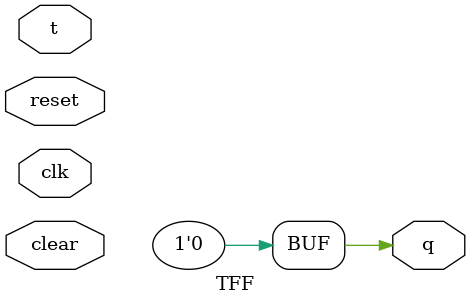
<source format=v>
module mod14ripplecounter(input clk,reset,output wire [3:0]q);
TFF tff0(.t(1),.clk(clk),.clear(clr),.reset(reset),.q(q[0]));
TFF tff1(.t(1),.clk(q[0]),.clear(clr),.reset(reset),.q(q[1]));
TFF tff2(.t(1),.clk(q[1]),.clear(clr),.reset(reset),.q(q[2]));
TFF tff3(.t(1),.clk(q[2]),.clear(clr),.reset(reset),.q(q[3]));
and (clr,q[3],q[2],q[1],~q[0]);
endmodule
module TFF(input t,clk,clear,reset,output reg q);
always@(clear)
q<=0;
always @(negedge clk or posedge reset) begin
if (reset)
q <= 0;
else if (t)
q <= ~q;
else 
q <= q;
end
endmodule

</source>
